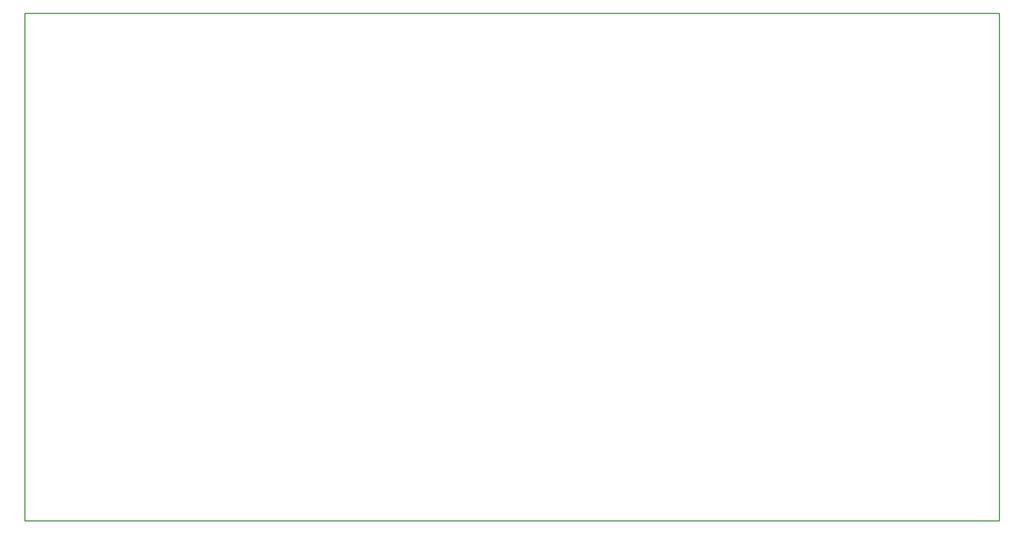
<source format=gko>
G04 Layer_Color=16711935*
%FSLAX25Y25*%
%MOIN*%
G70*
G01*
G75*
%ADD33C,0.01000*%
D33*
X-0Y-0D02*
X905512D01*
Y472441D01*
X-0D02*
X905512D01*
X-0Y-0D02*
Y472441D01*
M02*

</source>
